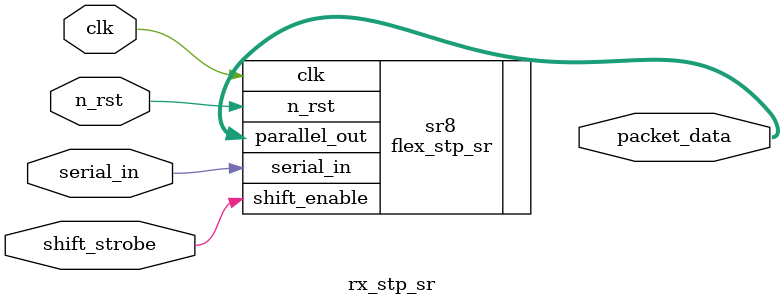
<source format=sv>
module rx_stp_sr (input logic clk, n_rst, shift_strobe, serial_in, output logic [7:0]packet_data);

flex_stp_sr #(.NUM_BITS(8),.SHIFT_MSB(1)) sr8 (.clk(clk),.n_rst(n_rst), .shift_enable(shift_strobe),.serial_in(serial_in),
.parallel_out(packet_data));

endmodule
</source>
